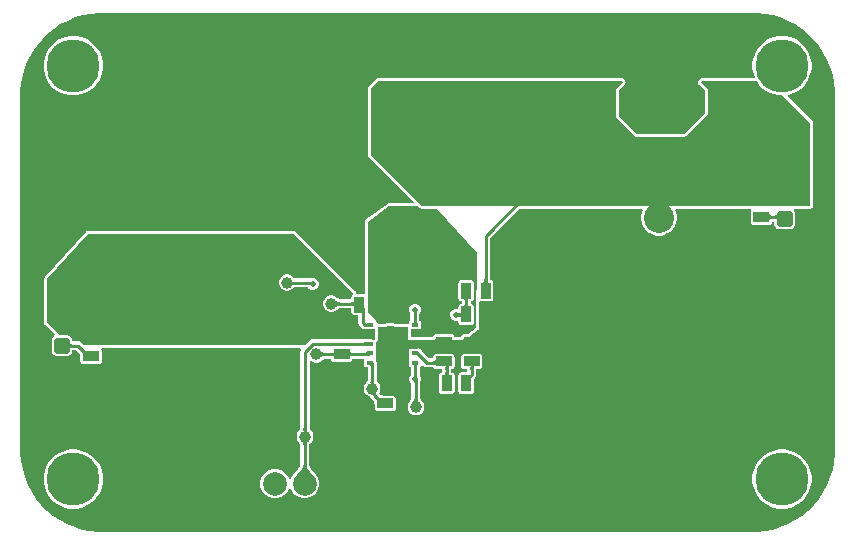
<source format=gtl>
G04*
G04 #@! TF.GenerationSoftware,Altium Limited,Altium Designer,23.5.1 (21)*
G04*
G04 Layer_Physical_Order=1*
G04 Layer_Color=255*
%FSLAX25Y25*%
%MOIN*%
G70*
G04*
G04 #@! TF.SameCoordinates,615E306F-8B44-468D-B2DF-EE0A1C7CF722*
G04*
G04*
G04 #@! TF.FilePolarity,Positive*
G04*
G01*
G75*
%ADD13C,0.01000*%
%ADD16C,0.03937*%
%ADD17R,0.02362X0.01181*%
G04:AMPARAMS|DCode=18|XSize=55.12mil|YSize=35.43mil|CornerRadius=2.66mil|HoleSize=0mil|Usage=FLASHONLY|Rotation=270.000|XOffset=0mil|YOffset=0mil|HoleType=Round|Shape=RoundedRectangle|*
%AMROUNDEDRECTD18*
21,1,0.05512,0.03012,0,0,270.0*
21,1,0.04980,0.03543,0,0,270.0*
1,1,0.00532,-0.01506,-0.02490*
1,1,0.00532,-0.01506,0.02490*
1,1,0.00532,0.01506,0.02490*
1,1,0.00532,0.01506,-0.02490*
%
%ADD18ROUNDEDRECTD18*%
G04:AMPARAMS|DCode=19|XSize=55.12mil|YSize=35.43mil|CornerRadius=2.66mil|HoleSize=0mil|Usage=FLASHONLY|Rotation=0.000|XOffset=0mil|YOffset=0mil|HoleType=Round|Shape=RoundedRectangle|*
%AMROUNDEDRECTD19*
21,1,0.05512,0.03012,0,0,0.0*
21,1,0.04980,0.03543,0,0,0.0*
1,1,0.00532,0.02490,-0.01506*
1,1,0.00532,-0.02490,-0.01506*
1,1,0.00532,-0.02490,0.01506*
1,1,0.00532,0.02490,0.01506*
%
%ADD19ROUNDEDRECTD19*%
G04:AMPARAMS|DCode=20|XSize=62.99mil|YSize=118.11mil|CornerRadius=4.72mil|HoleSize=0mil|Usage=FLASHONLY|Rotation=90.000|XOffset=0mil|YOffset=0mil|HoleType=Round|Shape=RoundedRectangle|*
%AMROUNDEDRECTD20*
21,1,0.06299,0.10866,0,0,90.0*
21,1,0.05354,0.11811,0,0,90.0*
1,1,0.00945,0.05433,0.02677*
1,1,0.00945,0.05433,-0.02677*
1,1,0.00945,-0.05433,-0.02677*
1,1,0.00945,-0.05433,0.02677*
%
%ADD20ROUNDEDRECTD20*%
%ADD21R,0.07284X0.13976*%
%ADD23R,0.02480X0.03268*%
%ADD24R,0.15748X0.15748*%
G04:AMPARAMS|DCode=25|XSize=51.18mil|YSize=51.18mil|CornerRadius=5.12mil|HoleSize=0mil|Usage=FLASHONLY|Rotation=180.000|XOffset=0mil|YOffset=0mil|HoleType=Round|Shape=RoundedRectangle|*
%AMROUNDEDRECTD25*
21,1,0.05118,0.04095,0,0,180.0*
21,1,0.04095,0.05118,0,0,180.0*
1,1,0.01024,-0.02047,0.02047*
1,1,0.01024,0.02047,0.02047*
1,1,0.01024,0.02047,-0.02047*
1,1,0.01024,-0.02047,-0.02047*
%
%ADD25ROUNDEDRECTD25*%
G04:AMPARAMS|DCode=26|XSize=74.8mil|YSize=68.9mil|CornerRadius=6.89mil|HoleSize=0mil|Usage=FLASHONLY|Rotation=0.000|XOffset=0mil|YOffset=0mil|HoleType=Round|Shape=RoundedRectangle|*
%AMROUNDEDRECTD26*
21,1,0.07480,0.05512,0,0,0.0*
21,1,0.06102,0.06890,0,0,0.0*
1,1,0.01378,0.03051,-0.02756*
1,1,0.01378,-0.03051,-0.02756*
1,1,0.01378,-0.03051,0.02756*
1,1,0.01378,0.03051,0.02756*
%
%ADD26ROUNDEDRECTD26*%
%ADD42R,0.10236X0.11811*%
%ADD43C,0.10000*%
%ADD44C,0.09055*%
%ADD45C,0.07874*%
%ADD46C,0.17717*%
%ADD47C,0.02000*%
%ADD48C,0.05000*%
G36*
X247413Y-2039D02*
X250101Y-2304D01*
X252750Y-2831D01*
X255335Y-3615D01*
X257830Y-4648D01*
X260212Y-5922D01*
X262457Y-7422D01*
X264545Y-9136D01*
X266455Y-11045D01*
X268168Y-13133D01*
X269669Y-15379D01*
X270942Y-17761D01*
X271976Y-20256D01*
X272760Y-22840D01*
X273287Y-25489D01*
X273551Y-28177D01*
X273551Y-29528D01*
X273551Y-147638D01*
X273551Y-148988D01*
X273287Y-151676D01*
X272760Y-154325D01*
X271976Y-156910D01*
X270942Y-159405D01*
X269669Y-161787D01*
X268168Y-164032D01*
X266455Y-166120D01*
X264545Y-168030D01*
X262457Y-169743D01*
X260212Y-171244D01*
X257830Y-172517D01*
X255334Y-173550D01*
X252750Y-174334D01*
X250101Y-174861D01*
X247413Y-175126D01*
X246063Y-175126D01*
X29406D01*
X28062Y-175120D01*
X25377Y-174845D01*
X22733Y-174307D01*
X20154Y-173514D01*
X17665Y-172471D01*
X15290Y-171190D01*
X13052Y-169683D01*
X10972Y-167964D01*
X9071Y-166049D01*
X7366Y-163957D01*
X5875Y-161708D01*
X4610Y-159324D01*
X3586Y-156828D01*
X2811Y-154243D01*
X2292Y-151595D01*
X2035Y-148909D01*
X2039Y-147560D01*
X2039Y-147557D01*
X2039Y-147554D01*
X2039Y-29528D01*
X2039Y-28177D01*
X2304Y-25489D01*
X2831Y-22840D01*
X3615Y-20256D01*
X4648Y-17761D01*
X5922Y-15379D01*
X7422Y-13133D01*
X9135Y-11045D01*
X11045Y-9135D01*
X13133Y-7422D01*
X15379Y-5922D01*
X17761Y-4648D01*
X20256Y-3615D01*
X22840Y-2831D01*
X25489Y-2304D01*
X28177Y-2039D01*
X29528D01*
X246063Y-2039D01*
X247413Y-2039D01*
D02*
G37*
%LPC*%
G36*
X20656Y-9827D02*
X18714D01*
X16809Y-10206D01*
X15015Y-10949D01*
X13401Y-12028D01*
X12028Y-13401D01*
X10949Y-15015D01*
X10206Y-16809D01*
X9827Y-18714D01*
Y-20656D01*
X10206Y-22561D01*
X10949Y-24355D01*
X12028Y-25969D01*
X13401Y-27343D01*
X15015Y-28421D01*
X16809Y-29164D01*
X18714Y-29543D01*
X20656D01*
X22561Y-29164D01*
X24355Y-28421D01*
X25969Y-27343D01*
X27343Y-25969D01*
X28421Y-24355D01*
X29164Y-22561D01*
X29543Y-20656D01*
Y-18714D01*
X29164Y-16809D01*
X28421Y-15015D01*
X27343Y-13401D01*
X25969Y-12028D01*
X24355Y-10949D01*
X22561Y-10206D01*
X20656Y-9827D01*
D02*
G37*
G36*
X256876D02*
X254935D01*
X253030Y-10206D01*
X251236Y-10949D01*
X249621Y-12028D01*
X248248Y-13401D01*
X247169Y-15015D01*
X246426Y-16809D01*
X246047Y-18714D01*
Y-20656D01*
X246426Y-22561D01*
X246764Y-23376D01*
X246486Y-23792D01*
X229207D01*
X228817Y-23870D01*
X228486Y-24091D01*
X228265Y-24421D01*
X228265Y-24421D01*
X228074Y-24883D01*
X228074Y-24883D01*
X227996Y-25274D01*
X228074Y-25664D01*
X228294Y-25995D01*
X230200Y-27900D01*
Y-35400D01*
X223300Y-42300D01*
X207400D01*
X207329Y-42229D01*
X201671Y-36571D01*
X201600Y-36500D01*
Y-36400D01*
Y-28000D01*
Y-27900D01*
X201671Y-27829D01*
X203505Y-25995D01*
X203727Y-25664D01*
X203804Y-25274D01*
X203727Y-24883D01*
X203535Y-24421D01*
X203314Y-24091D01*
X202983Y-23870D01*
X202593Y-23792D01*
X121394Y-23792D01*
X121004Y-23870D01*
X120673Y-24091D01*
X118249Y-26515D01*
X118028Y-26845D01*
X117950Y-27235D01*
Y-49435D01*
X118028Y-49826D01*
X118249Y-50156D01*
X133111Y-65018D01*
X132920Y-65480D01*
X125075D01*
X124955Y-65504D01*
X124834Y-65509D01*
X124762Y-65543D01*
X124684Y-65558D01*
X124583Y-65626D01*
X124473Y-65677D01*
X117298Y-70920D01*
X117245Y-70978D01*
X117179Y-71022D01*
X117112Y-71123D01*
X117029Y-71213D01*
X117002Y-71287D01*
X116958Y-71353D01*
X116934Y-71472D01*
X116893Y-71586D01*
X116896Y-71665D01*
X116880Y-71743D01*
Y-95419D01*
X116510Y-95723D01*
X114333D01*
X113979Y-95359D01*
X113957Y-95251D01*
X113955Y-95141D01*
X113919Y-95058D01*
X113901Y-94969D01*
X113840Y-94877D01*
X113796Y-94776D01*
X113731Y-94713D01*
X113680Y-94638D01*
X94021Y-74979D01*
X93690Y-74758D01*
X93300Y-74680D01*
X24574D01*
X24548Y-74686D01*
X24521Y-74682D01*
X24354Y-74724D01*
X24184Y-74758D01*
X24162Y-74773D01*
X24136Y-74780D01*
X23997Y-74883D01*
X23853Y-74979D01*
X23838Y-75002D01*
X23817Y-75018D01*
X10243Y-90086D01*
X10154Y-90235D01*
X10058Y-90379D01*
X10053Y-90405D01*
X10039Y-90428D01*
X10014Y-90599D01*
X9980Y-90769D01*
X9980Y-105300D01*
X10058Y-105690D01*
X10279Y-106021D01*
X13434Y-109176D01*
X13275Y-109717D01*
X12841Y-110007D01*
X12551Y-110441D01*
X12449Y-110953D01*
Y-115047D01*
X12551Y-115559D01*
X12841Y-115993D01*
X13275Y-116283D01*
X13787Y-116385D01*
X17881D01*
X18393Y-116283D01*
X18827Y-115993D01*
X19117Y-115559D01*
X19219Y-115047D01*
Y-114554D01*
X19239Y-114529D01*
X20482D01*
X21594Y-115642D01*
X21743Y-115801D01*
X21841Y-115924D01*
X21869Y-115963D01*
X21867Y-116033D01*
X21844Y-116150D01*
X21859Y-116230D01*
X21857Y-116312D01*
X21898Y-116423D01*
X21921Y-116540D01*
X21967Y-116608D01*
X21995Y-116685D01*
X22023Y-116715D01*
Y-118006D01*
X22106Y-118422D01*
X22342Y-118774D01*
X22694Y-119010D01*
X23110Y-119093D01*
X28090D01*
X28506Y-119010D01*
X28859Y-118774D01*
X29094Y-118422D01*
X29177Y-118006D01*
Y-114994D01*
X29094Y-114578D01*
X28988Y-114420D01*
X29232Y-113920D01*
X95268D01*
X95536Y-114420D01*
X95487Y-114492D01*
X95371Y-115078D01*
Y-140579D01*
X95368Y-140607D01*
X95356Y-140681D01*
X95343Y-140733D01*
X95335Y-140756D01*
X95323Y-140764D01*
X95257Y-140831D01*
X95179Y-140883D01*
X95120Y-140972D01*
X95045Y-141048D01*
X95010Y-141136D01*
X94958Y-141214D01*
X94937Y-141319D01*
X94918Y-141367D01*
X94685Y-141600D01*
X94320Y-142231D01*
X94131Y-142936D01*
Y-143665D01*
X94320Y-144369D01*
X94685Y-145000D01*
X94851Y-145167D01*
X94867Y-145210D01*
X94884Y-145314D01*
X94934Y-145395D01*
X94966Y-145484D01*
X95037Y-145563D01*
X95093Y-145653D01*
X95170Y-145708D01*
X95234Y-145779D01*
X95256Y-145795D01*
X95259Y-145801D01*
X95271Y-145836D01*
X95284Y-145892D01*
X95297Y-145969D01*
X95299Y-145998D01*
Y-152793D01*
X95297Y-152820D01*
X95262Y-152961D01*
X95191Y-153149D01*
X95074Y-153379D01*
X94910Y-153645D01*
X94697Y-153944D01*
X94441Y-154262D01*
X93754Y-155006D01*
X93341Y-155409D01*
X93286Y-155490D01*
X92807Y-155969D01*
X92157Y-157094D01*
X92086Y-157358D01*
X91586D01*
X91515Y-157094D01*
X90865Y-155969D01*
X89946Y-155049D01*
X88821Y-154399D01*
X87565Y-154063D01*
X86265D01*
X85009Y-154399D01*
X83884Y-155049D01*
X82964Y-155969D01*
X82314Y-157094D01*
X81978Y-158350D01*
Y-159650D01*
X82314Y-160906D01*
X82964Y-162031D01*
X83884Y-162951D01*
X85009Y-163601D01*
X86265Y-163937D01*
X87565D01*
X88821Y-163601D01*
X89946Y-162951D01*
X90865Y-162031D01*
X91515Y-160906D01*
X91586Y-160642D01*
X92086D01*
X92157Y-160906D01*
X92807Y-162031D01*
X93726Y-162951D01*
X94852Y-163601D01*
X96108Y-163937D01*
X97407D01*
X98663Y-163601D01*
X99789Y-162951D01*
X100708Y-162031D01*
X101358Y-160906D01*
X101695Y-159650D01*
Y-158350D01*
X101358Y-157094D01*
X100708Y-155969D01*
X100348Y-155609D01*
X100301Y-155534D01*
X99893Y-155108D01*
X99215Y-154326D01*
X98960Y-153992D01*
X98748Y-153681D01*
X98584Y-153404D01*
X98467Y-153166D01*
X98394Y-152973D01*
X98360Y-152832D01*
X98358Y-152810D01*
Y-146042D01*
X98361Y-146013D01*
X98373Y-145942D01*
X98385Y-145895D01*
X98387Y-145889D01*
X98453Y-145826D01*
X98532Y-145777D01*
X98595Y-145690D01*
X98673Y-145616D01*
X98711Y-145530D01*
X98765Y-145455D01*
X98790Y-145350D01*
X98809Y-145306D01*
X99115Y-145000D01*
X99480Y-144369D01*
X99669Y-143665D01*
Y-142936D01*
X99480Y-142231D01*
X99115Y-141600D01*
X98882Y-141367D01*
X98863Y-141319D01*
X98842Y-141214D01*
X98790Y-141136D01*
X98755Y-141048D01*
X98680Y-140972D01*
X98621Y-140883D01*
X98543Y-140831D01*
X98477Y-140764D01*
X98465Y-140756D01*
X98457Y-140733D01*
X98444Y-140681D01*
X98432Y-140607D01*
X98429Y-140579D01*
Y-118252D01*
X98929Y-118045D01*
X99000Y-118115D01*
X99631Y-118480D01*
X100336Y-118668D01*
X101065D01*
X101769Y-118480D01*
X102400Y-118115D01*
X102633Y-117882D01*
X102681Y-117863D01*
X102786Y-117842D01*
X102864Y-117790D01*
X102952Y-117755D01*
X103028Y-117680D01*
X103117Y-117621D01*
X103169Y-117543D01*
X103236Y-117477D01*
X103244Y-117465D01*
X103267Y-117457D01*
X103319Y-117444D01*
X103393Y-117432D01*
X103421Y-117429D01*
X105502D01*
X105548Y-117484D01*
X105606Y-117774D01*
X105842Y-118126D01*
X106194Y-118362D01*
X106610Y-118445D01*
X111590D01*
X112006Y-118362D01*
X112358Y-118126D01*
X112594Y-117774D01*
X112664Y-117421D01*
X112698Y-117381D01*
X116729D01*
Y-120054D01*
X117726D01*
X117771Y-120092D01*
Y-124579D01*
X117768Y-124607D01*
X117756Y-124681D01*
X117743Y-124733D01*
X117735Y-124756D01*
X117723Y-124764D01*
X117657Y-124831D01*
X117579Y-124883D01*
X117520Y-124972D01*
X117445Y-125048D01*
X117410Y-125136D01*
X117358Y-125214D01*
X117337Y-125319D01*
X117318Y-125367D01*
X117085Y-125600D01*
X116720Y-126231D01*
X116532Y-126936D01*
Y-127664D01*
X116720Y-128369D01*
X117085Y-129000D01*
X117600Y-129515D01*
X118231Y-129880D01*
X118439Y-129936D01*
X118449Y-129983D01*
X118781Y-130480D01*
X119694Y-131394D01*
X119843Y-131553D01*
X119941Y-131676D01*
X119969Y-131715D01*
X119967Y-131785D01*
X119943Y-131902D01*
X119959Y-131982D01*
X119957Y-132064D01*
X119998Y-132175D01*
X120021Y-132292D01*
X120067Y-132360D01*
X120095Y-132437D01*
X120123Y-132467D01*
Y-133758D01*
X120206Y-134174D01*
X120441Y-134526D01*
X120794Y-134762D01*
X121210Y-134845D01*
X126190D01*
X126606Y-134762D01*
X126959Y-134526D01*
X127194Y-134174D01*
X127277Y-133758D01*
Y-130746D01*
X127194Y-130330D01*
X126959Y-129978D01*
X126606Y-129742D01*
X126190Y-129659D01*
X122931D01*
X122901Y-129632D01*
X122824Y-129603D01*
X122756Y-129557D01*
X122639Y-129534D01*
X122528Y-129493D01*
X122446Y-129496D01*
X122365Y-129480D01*
X122249Y-129503D01*
X122179Y-129505D01*
X122151Y-129485D01*
X121895Y-129268D01*
X121556Y-128929D01*
X121880Y-128369D01*
X122069Y-127664D01*
Y-126936D01*
X121880Y-126231D01*
X121515Y-125600D01*
X121282Y-125367D01*
X121263Y-125319D01*
X121242Y-125214D01*
X121190Y-125136D01*
X121155Y-125048D01*
X121080Y-124972D01*
X121021Y-124883D01*
X120943Y-124831D01*
X120877Y-124764D01*
X120865Y-124756D01*
X120857Y-124733D01*
X120844Y-124681D01*
X120832Y-124607D01*
X120829Y-124579D01*
Y-119725D01*
X120831Y-119656D01*
X120841Y-119535D01*
X120879Y-119444D01*
X120879Y-119346D01*
X120899Y-119250D01*
X120880Y-119149D01*
X120880Y-119047D01*
X120843Y-118956D01*
X120829Y-118886D01*
Y-118754D01*
X120713Y-118169D01*
X120691Y-118137D01*
Y-117405D01*
X120691Y-117273D01*
X120691D01*
Y-116905D01*
X120691D01*
Y-114124D01*
X120691Y-114124D01*
Y-113755D01*
X120691D01*
X120691Y-113624D01*
Y-111799D01*
X120847Y-111695D01*
X120993Y-111548D01*
X121214Y-111218D01*
X121292Y-110828D01*
Y-107456D01*
X121234Y-107163D01*
X121254Y-107069D01*
X121379Y-106880D01*
X121557Y-106679D01*
X123796D01*
X123894Y-106659D01*
X123995D01*
X124087Y-106621D01*
X124186Y-106601D01*
X124269Y-106545D01*
X124304Y-106531D01*
X124623Y-106467D01*
X125883D01*
X126203Y-106531D01*
X126237Y-106545D01*
X126321Y-106601D01*
X126419Y-106621D01*
X126512Y-106659D01*
X126612D01*
X126711Y-106679D01*
X130824D01*
X130944Y-106815D01*
X131144Y-107179D01*
X131089Y-107456D01*
Y-110200D01*
X131167Y-110590D01*
X131388Y-110921D01*
X131719Y-111142D01*
X132109Y-111220D01*
X139632Y-111220D01*
X139731Y-111200D01*
X139831D01*
X139924Y-111162D01*
X140023Y-111142D01*
X140106Y-111086D01*
X140199Y-111048D01*
X140270Y-110977D01*
X140353Y-110921D01*
X140409Y-110837D01*
X140480Y-110766D01*
X140519Y-110674D01*
X140574Y-110590D01*
X140594Y-110492D01*
X140632Y-110399D01*
X140666Y-110228D01*
X140677Y-110213D01*
X140692Y-110203D01*
X140810Y-110179D01*
X145590D01*
X145708Y-110203D01*
X145723Y-110213D01*
X145734Y-110228D01*
X145764Y-110381D01*
X145785Y-110432D01*
X145791Y-110486D01*
X145831Y-110559D01*
X145837Y-110590D01*
X145873Y-110645D01*
X145916Y-110749D01*
X145937Y-110769D01*
Y-110752D01*
X145939Y-110772D01*
X145955Y-110788D01*
X145981Y-110836D01*
X145996Y-110853D01*
X146032Y-110882D01*
X146058Y-110921D01*
X146150Y-110983D01*
X146198Y-111030D01*
X146234Y-111045D01*
X146305Y-111103D01*
X146350Y-111116D01*
X146388Y-111142D01*
X146539Y-111172D01*
X146540Y-111172D01*
X146565Y-111183D01*
X146575D01*
X146687Y-111215D01*
X146733Y-111211D01*
X146779Y-111220D01*
X148921D01*
X148967Y-111211D01*
X149013Y-111215D01*
X149125Y-111183D01*
X149135D01*
X149160Y-111172D01*
X149161Y-111172D01*
X149311Y-111142D01*
X149350Y-111116D01*
X149395Y-111103D01*
X149466Y-111045D01*
X149502Y-111030D01*
X149550Y-110983D01*
X149642Y-110921D01*
X149668Y-110882D01*
X149704Y-110853D01*
X149719Y-110836D01*
X149745Y-110788D01*
X149761Y-110772D01*
X149763Y-110752D01*
Y-110769D01*
X149784Y-110749D01*
X149827Y-110645D01*
X149863Y-110590D01*
X149870Y-110559D01*
X149909Y-110487D01*
X149915Y-110432D01*
X149936Y-110381D01*
X149966Y-110228D01*
X149977Y-110213D01*
X149992Y-110203D01*
X150110Y-110179D01*
X151374D01*
X151517Y-110151D01*
X151663Y-110137D01*
X151711Y-110112D01*
X151764Y-110101D01*
X151885Y-110020D01*
X152015Y-109952D01*
X154542Y-107907D01*
X154572Y-107870D01*
X154612Y-107844D01*
X154699Y-107718D01*
X154796Y-107601D01*
X154810Y-107555D01*
X154837Y-107516D01*
X154869Y-107367D01*
X154914Y-107221D01*
X154910Y-107173D01*
X154920Y-107126D01*
X155022Y-98613D01*
X155526Y-98254D01*
X155642Y-98277D01*
X158654D01*
X159070Y-98194D01*
X159422Y-97958D01*
X159658Y-97606D01*
X159741Y-97190D01*
Y-92210D01*
X159658Y-91794D01*
X159422Y-91442D01*
X159070Y-91206D01*
X158717Y-91136D01*
X158677Y-91102D01*
Y-77007D01*
X168329Y-67355D01*
X209084D01*
X209418Y-67855D01*
X209131Y-68550D01*
X208900Y-69709D01*
Y-70891D01*
X209131Y-72050D01*
X209583Y-73142D01*
X210240Y-74125D01*
X211075Y-74961D01*
X212058Y-75617D01*
X213150Y-76069D01*
X214309Y-76300D01*
X215491D01*
X216650Y-76069D01*
X217742Y-75617D01*
X218725Y-74961D01*
X219561Y-74125D01*
X220217Y-73142D01*
X220669Y-72050D01*
X220900Y-70891D01*
Y-69709D01*
X220669Y-68550D01*
X220382Y-67855D01*
X220716Y-67355D01*
X245618D01*
X245769Y-67855D01*
X245742Y-67874D01*
X245506Y-68226D01*
X245423Y-68642D01*
Y-71654D01*
X245506Y-72070D01*
X245742Y-72422D01*
X246094Y-72658D01*
X246510Y-72741D01*
X251490D01*
X251906Y-72658D01*
X252258Y-72422D01*
X252494Y-72070D01*
X252563Y-71724D01*
X252597Y-71683D01*
X253361D01*
X253381Y-71708D01*
Y-72747D01*
X253483Y-73259D01*
X253773Y-73693D01*
X254207Y-73983D01*
X254719Y-74085D01*
X258813D01*
X259325Y-73983D01*
X259759Y-73693D01*
X260049Y-73259D01*
X260151Y-72747D01*
Y-68653D01*
X260049Y-68141D01*
X259858Y-67855D01*
X260051Y-67386D01*
X260080Y-67355D01*
X265370D01*
X265760Y-67277D01*
X266091Y-67057D01*
X266312Y-66726D01*
X266390Y-66335D01*
Y-38936D01*
X266312Y-38545D01*
X266091Y-38215D01*
X257705Y-29828D01*
X257850Y-29350D01*
X258781Y-29164D01*
X260575Y-28421D01*
X262190Y-27343D01*
X263563Y-25969D01*
X264642Y-24355D01*
X265385Y-22561D01*
X265764Y-20656D01*
Y-18714D01*
X265385Y-16809D01*
X264642Y-15015D01*
X263563Y-13401D01*
X262190Y-12028D01*
X260575Y-10949D01*
X258781Y-10206D01*
X256876Y-9827D01*
D02*
G37*
G36*
X134762Y-113919D02*
X134656Y-113949D01*
X134545Y-113960D01*
X134466Y-114002D01*
X134417Y-114016D01*
X134261Y-113985D01*
X133671D01*
X133086Y-114101D01*
X133052Y-114124D01*
X131690D01*
Y-116773D01*
X131690Y-116905D01*
X131690D01*
Y-117273D01*
X131690D01*
Y-119064D01*
X131672Y-119122D01*
X131676Y-119177D01*
X131666Y-119230D01*
X131690Y-119351D01*
Y-120054D01*
X132112D01*
X132156Y-120091D01*
Y-122814D01*
X132156Y-122816D01*
X132004Y-122967D01*
X131700Y-123702D01*
Y-124498D01*
X132004Y-125233D01*
X132271Y-125499D01*
Y-130813D01*
X132268Y-130842D01*
X132256Y-130920D01*
X132242Y-130977D01*
X132229Y-131014D01*
X132224Y-131026D01*
X132199Y-131045D01*
X132135Y-131117D01*
X132059Y-131174D01*
X132004Y-131264D01*
X131935Y-131343D01*
X131904Y-131434D01*
X131855Y-131516D01*
X131839Y-131620D01*
X131826Y-131659D01*
X131685Y-131800D01*
X131320Y-132431D01*
X131131Y-133135D01*
Y-133864D01*
X131320Y-134569D01*
X131685Y-135200D01*
X132200Y-135715D01*
X132831Y-136080D01*
X133536Y-136268D01*
X134265D01*
X134969Y-136080D01*
X135600Y-135715D01*
X136115Y-135200D01*
X136480Y-134569D01*
X136669Y-133864D01*
Y-133135D01*
X136480Y-132431D01*
X136115Y-131800D01*
X135778Y-131463D01*
X135760Y-131423D01*
X135733Y-131318D01*
X135678Y-131244D01*
X135639Y-131159D01*
X135560Y-131086D01*
X135496Y-130999D01*
X135416Y-130951D01*
X135356Y-130896D01*
X135356Y-130895D01*
X135344Y-130849D01*
X135332Y-130779D01*
X135329Y-130751D01*
Y-125309D01*
X135330Y-125301D01*
X135330Y-125298D01*
X135396Y-125233D01*
X135700Y-124498D01*
Y-123702D01*
X135396Y-122967D01*
X135215Y-122787D01*
X135215Y-122782D01*
Y-120091D01*
X135259Y-120054D01*
X135652D01*
Y-119775D01*
X136144Y-119571D01*
X136157Y-119572D01*
X136366Y-119781D01*
X136862Y-120113D01*
X137447Y-120229D01*
X139602D01*
X139661Y-120300D01*
X139742Y-120421D01*
X139788Y-120451D01*
X139823Y-120493D01*
X139952Y-120561D01*
X140073Y-120642D01*
X140127Y-120653D01*
X140173Y-120677D01*
X140294Y-120758D01*
X140710Y-120841D01*
X142598D01*
X142623Y-120861D01*
Y-121903D01*
X142583Y-121936D01*
X142230Y-122006D01*
X141878Y-122241D01*
X141642Y-122594D01*
X141559Y-123010D01*
Y-127990D01*
X141642Y-128406D01*
X141878Y-128759D01*
X142230Y-128994D01*
X142646Y-129077D01*
X145658D01*
X146074Y-128994D01*
X146426Y-128759D01*
X146662Y-128406D01*
X146745Y-127990D01*
Y-123010D01*
X146662Y-122594D01*
X146426Y-122241D01*
X146074Y-122006D01*
X145721Y-121936D01*
X145681Y-121903D01*
Y-120861D01*
X145711Y-120836D01*
X146106Y-120758D01*
X146458Y-120522D01*
X146694Y-120170D01*
X146777Y-119754D01*
Y-116742D01*
X146694Y-116326D01*
X146458Y-115974D01*
X146106Y-115738D01*
X145690Y-115656D01*
X140710D01*
X140294Y-115738D01*
X139942Y-115974D01*
X139706Y-116326D01*
X139623Y-116742D01*
Y-117146D01*
X139602Y-117171D01*
X138081D01*
X136101Y-115191D01*
X135982Y-115053D01*
X135930Y-114983D01*
X135888Y-114919D01*
X135862Y-114874D01*
X135857Y-114862D01*
X135857Y-114858D01*
X135827Y-114751D01*
X135816Y-114641D01*
X135774Y-114562D01*
X135749Y-114475D01*
X135681Y-114388D01*
X135652Y-114333D01*
Y-114124D01*
X135436D01*
X135407Y-114108D01*
X135322Y-114037D01*
X135236Y-114011D01*
X135157Y-113967D01*
X135047Y-113953D01*
X134941Y-113921D01*
X134852Y-113930D01*
X134762Y-113919D01*
D02*
G37*
G36*
X154990Y-115656D02*
X150010D01*
X149594Y-115738D01*
X149241Y-115974D01*
X149006Y-116326D01*
X148923Y-116742D01*
Y-119754D01*
X149006Y-120170D01*
X149241Y-120522D01*
X149594Y-120758D01*
X150010Y-120841D01*
X150946D01*
X150971Y-120861D01*
Y-121923D01*
X149142D01*
X148726Y-122006D01*
X148374Y-122241D01*
X148138Y-122594D01*
X148056Y-123010D01*
Y-127990D01*
X148138Y-128406D01*
X148374Y-128759D01*
X148726Y-128994D01*
X149142Y-129077D01*
X152154D01*
X152570Y-128994D01*
X152922Y-128759D01*
X153158Y-128406D01*
X153241Y-127990D01*
Y-124086D01*
X153581Y-123745D01*
X153913Y-123249D01*
X154029Y-122664D01*
Y-120861D01*
X154054Y-120841D01*
X154990D01*
X155406Y-120758D01*
X155759Y-120522D01*
X155994Y-120170D01*
X156077Y-119754D01*
Y-116742D01*
X155994Y-116326D01*
X155759Y-115974D01*
X155406Y-115738D01*
X154990Y-115656D01*
D02*
G37*
G36*
X256876Y-147622D02*
X254935D01*
X253030Y-148001D01*
X251236Y-148744D01*
X249621Y-149823D01*
X248248Y-151196D01*
X247169Y-152811D01*
X246426Y-154605D01*
X246047Y-156509D01*
Y-158451D01*
X246426Y-160356D01*
X247169Y-162150D01*
X248248Y-163765D01*
X249621Y-165138D01*
X251236Y-166217D01*
X253030Y-166960D01*
X254935Y-167339D01*
X256876D01*
X258781Y-166960D01*
X260575Y-166217D01*
X262190Y-165138D01*
X263563Y-163765D01*
X264642Y-162150D01*
X265385Y-160356D01*
X265764Y-158451D01*
Y-156509D01*
X265385Y-154605D01*
X264642Y-152811D01*
X263563Y-151196D01*
X262190Y-149823D01*
X260575Y-148744D01*
X258781Y-148001D01*
X256876Y-147622D01*
D02*
G37*
G36*
X20656D02*
X18714D01*
X16809Y-148001D01*
X15015Y-148744D01*
X13401Y-149823D01*
X12028Y-151196D01*
X10949Y-152811D01*
X10206Y-154605D01*
X9827Y-156509D01*
Y-158451D01*
X10206Y-160356D01*
X10949Y-162150D01*
X12028Y-163765D01*
X13401Y-165138D01*
X15015Y-166217D01*
X16809Y-166960D01*
X18714Y-167339D01*
X20656D01*
X22561Y-166960D01*
X24355Y-166217D01*
X25969Y-165138D01*
X27343Y-163765D01*
X28421Y-162150D01*
X29164Y-160356D01*
X29543Y-158451D01*
Y-156509D01*
X29164Y-154605D01*
X28421Y-152811D01*
X27343Y-151196D01*
X25969Y-149823D01*
X24355Y-148744D01*
X22561Y-148001D01*
X20656Y-147622D01*
D02*
G37*
%LPD*%
G36*
X202593Y-24812D02*
X202784Y-25274D01*
X200879Y-27179D01*
X200658Y-27510D01*
X200580Y-27900D01*
Y-36500D01*
X200658Y-36890D01*
X200879Y-37221D01*
X206679Y-43021D01*
X207010Y-43242D01*
X207400Y-43320D01*
X223300D01*
X223690Y-43242D01*
X224021Y-43021D01*
X230921Y-36121D01*
X231142Y-35790D01*
X231220Y-35400D01*
Y-27900D01*
X231142Y-27510D01*
X230921Y-27179D01*
X229015Y-25274D01*
X229207Y-24812D01*
X247475D01*
X248248Y-25969D01*
X249621Y-27343D01*
X251236Y-28421D01*
X253030Y-29164D01*
X254935Y-29543D01*
X255978D01*
X265370Y-38936D01*
Y-66335D01*
X135870D01*
X118970Y-49435D01*
Y-27235D01*
X121394Y-24812D01*
X202593Y-24812D01*
D02*
G37*
G36*
X254221Y-71153D02*
X254211Y-71058D01*
X254181Y-70973D01*
X254130Y-70898D01*
X254059Y-70833D01*
X253968Y-70778D01*
X253857Y-70733D01*
X253725Y-70698D01*
X253574Y-70673D01*
X253402Y-70658D01*
X253209Y-70653D01*
Y-69653D01*
X253402Y-69648D01*
X253574Y-69633D01*
X253725Y-69608D01*
X253857Y-69573D01*
X253968Y-69528D01*
X254059Y-69473D01*
X254130Y-69408D01*
X254181Y-69333D01*
X254211Y-69248D01*
X254221Y-69153D01*
Y-71153D01*
D02*
G37*
G36*
X251747Y-69248D02*
X251777Y-69333D01*
X251828Y-69408D01*
X251899Y-69473D01*
X251990Y-69528D01*
X252101Y-69573D01*
X252233Y-69608D01*
X252384Y-69633D01*
X252557Y-69648D01*
X252749Y-69653D01*
Y-70653D01*
X252557Y-70658D01*
X252384Y-70673D01*
X252233Y-70698D01*
X252101Y-70733D01*
X251990Y-70778D01*
X251899Y-70833D01*
X251828Y-70898D01*
X251777Y-70973D01*
X251747Y-71058D01*
X251737Y-71153D01*
Y-69153D01*
X251747Y-69248D01*
D02*
G37*
G36*
X157653Y-91143D02*
X157668Y-91315D01*
X157693Y-91467D01*
X157728Y-91599D01*
X157773Y-91710D01*
X157828Y-91801D01*
X157893Y-91872D01*
X157968Y-91923D01*
X158053Y-91953D01*
X158148Y-91963D01*
X156148D01*
X156243Y-91953D01*
X156328Y-91923D01*
X156403Y-91872D01*
X156468Y-91801D01*
X156523Y-91710D01*
X156568Y-91599D01*
X156603Y-91467D01*
X156628Y-91315D01*
X156643Y-91143D01*
X156648Y-90951D01*
X157648D01*
X157653Y-91143D01*
D02*
G37*
G36*
X112959Y-95359D02*
X112852Y-95960D01*
X112730Y-96042D01*
X112494Y-96394D01*
X112411Y-96810D01*
Y-97446D01*
X112391Y-97471D01*
X108421D01*
X108393Y-97468D01*
X108319Y-97456D01*
X108267Y-97443D01*
X108244Y-97435D01*
X108236Y-97423D01*
X108169Y-97357D01*
X108117Y-97279D01*
X108028Y-97220D01*
X107952Y-97145D01*
X107864Y-97110D01*
X107786Y-97058D01*
X107681Y-97037D01*
X107633Y-97018D01*
X107400Y-96785D01*
X106769Y-96420D01*
X106064Y-96232D01*
X105335D01*
X104631Y-96420D01*
X104000Y-96785D01*
X103485Y-97300D01*
X103120Y-97931D01*
X102931Y-98636D01*
Y-99365D01*
X103120Y-100069D01*
X103485Y-100700D01*
X104000Y-101215D01*
X104631Y-101580D01*
X105335Y-101769D01*
X106064D01*
X106769Y-101580D01*
X107400Y-101215D01*
X107633Y-100982D01*
X107681Y-100963D01*
X107786Y-100942D01*
X107864Y-100890D01*
X107952Y-100855D01*
X108028Y-100780D01*
X108117Y-100721D01*
X108169Y-100643D01*
X108236Y-100577D01*
X108244Y-100565D01*
X108267Y-100557D01*
X108319Y-100544D01*
X108393Y-100532D01*
X108421Y-100529D01*
X112391D01*
X112411Y-100554D01*
Y-101790D01*
X112494Y-102206D01*
X112730Y-102559D01*
X113082Y-102794D01*
X113498Y-102877D01*
X114671D01*
Y-105480D01*
X114788Y-106065D01*
X115119Y-106561D01*
X115705Y-107147D01*
X116201Y-107478D01*
X116787Y-107595D01*
X118710D01*
X119296Y-107478D01*
X119329Y-107456D01*
X120272D01*
Y-110828D01*
X120126Y-110974D01*
X119329D01*
X119296Y-110952D01*
X118710Y-110835D01*
X118620Y-110853D01*
X118529Y-110835D01*
X117887D01*
X117833Y-110825D01*
X117742Y-110786D01*
X117640Y-110786D01*
X117541Y-110766D01*
X117443Y-110786D01*
X117344Y-110786D01*
X117295Y-110806D01*
X116839Y-110835D01*
X99613D01*
X99028Y-110952D01*
X98532Y-111283D01*
X96915Y-112900D01*
X23179D01*
X22197Y-111919D01*
X21701Y-111587D01*
X21116Y-111471D01*
X19239D01*
X19219Y-111446D01*
Y-110953D01*
X19117Y-110441D01*
X18827Y-110007D01*
X18393Y-109717D01*
X17881Y-109615D01*
X15315D01*
X11000Y-105300D01*
X11000Y-90769D01*
X24574Y-75700D01*
X93300D01*
X112959Y-95359D01*
D02*
G37*
G36*
X113251Y-100000D02*
X113241Y-99905D01*
X113211Y-99820D01*
X113160Y-99745D01*
X113089Y-99680D01*
X112998Y-99625D01*
X112887Y-99580D01*
X112755Y-99545D01*
X112604Y-99520D01*
X112432Y-99505D01*
X112239Y-99500D01*
Y-98500D01*
X112432Y-98495D01*
X112604Y-98480D01*
X112755Y-98455D01*
X112887Y-98420D01*
X112998Y-98375D01*
X113089Y-98320D01*
X113160Y-98255D01*
X113211Y-98180D01*
X113241Y-98095D01*
X113251Y-98000D01*
Y-100000D01*
D02*
G37*
G36*
X107461Y-98095D02*
X107538Y-98180D01*
X107628Y-98255D01*
X107730Y-98320D01*
X107845Y-98375D01*
X107972Y-98420D01*
X108112Y-98455D01*
X108263Y-98480D01*
X108427Y-98495D01*
X108604Y-98500D01*
Y-99500D01*
X108427Y-99505D01*
X108263Y-99520D01*
X108112Y-99545D01*
X107972Y-99580D01*
X107845Y-99625D01*
X107730Y-99680D01*
X107628Y-99745D01*
X107538Y-99820D01*
X107461Y-99905D01*
X107396Y-100000D01*
Y-98000D01*
X107461Y-98095D01*
D02*
G37*
G36*
X135149Y-67057D02*
X135480Y-67277D01*
X135870Y-67355D01*
X140967D01*
X154200Y-82100D01*
X153900Y-107114D01*
X151374Y-109159D01*
X150010D01*
X149594Y-109242D01*
X149241Y-109478D01*
X149006Y-109830D01*
X148936Y-110183D01*
X148921Y-110200D01*
X146779D01*
X146764Y-110183D01*
X146694Y-109830D01*
X146458Y-109478D01*
X146106Y-109242D01*
X145690Y-109159D01*
X140710D01*
X140294Y-109242D01*
X139942Y-109478D01*
X139706Y-109830D01*
X139632Y-110200D01*
X132109Y-110200D01*
Y-107456D01*
X133257D01*
X133500Y-107504D01*
X133743Y-107456D01*
X135652D01*
Y-104675D01*
X135029D01*
Y-102299D01*
X135196Y-102133D01*
X135500Y-101398D01*
Y-100602D01*
X135196Y-99867D01*
X134633Y-99304D01*
X133898Y-99000D01*
X133102D01*
X132367Y-99304D01*
X131805Y-99867D01*
X131500Y-100602D01*
Y-101398D01*
X131805Y-102133D01*
X131971Y-102299D01*
Y-104675D01*
X131690D01*
Y-105659D01*
X126711D01*
X126569Y-105564D01*
X125984Y-105448D01*
X124523D01*
X123938Y-105564D01*
X123796Y-105659D01*
X121378D01*
X120691Y-104919D01*
Y-104675D01*
X120465D01*
X117900Y-101910D01*
Y-71743D01*
X125075Y-66500D01*
X134593D01*
X135149Y-67057D01*
D02*
G37*
G36*
X117541Y-112943D02*
X117531Y-112928D01*
X117501Y-112915D01*
X117451Y-112903D01*
X117381Y-112893D01*
X117181Y-112877D01*
X116541Y-112865D01*
Y-111865D01*
X116731Y-111864D01*
X117501Y-111814D01*
X117531Y-111801D01*
X117541Y-111786D01*
Y-112943D01*
D02*
G37*
G36*
X18389Y-112095D02*
X18419Y-112180D01*
X18470Y-112255D01*
X18541Y-112320D01*
X18632Y-112375D01*
X18743Y-112420D01*
X18875Y-112455D01*
X19026Y-112480D01*
X19198Y-112495D01*
X19391Y-112500D01*
Y-113500D01*
X19198Y-113505D01*
X19026Y-113520D01*
X18875Y-113545D01*
X18743Y-113580D01*
X18632Y-113625D01*
X18541Y-113680D01*
X18470Y-113745D01*
X18419Y-113820D01*
X18389Y-113905D01*
X18379Y-114000D01*
Y-112000D01*
X18389Y-112095D01*
D02*
G37*
G36*
X23057Y-114227D02*
X23426Y-114541D01*
X23589Y-114655D01*
X23738Y-114741D01*
X23872Y-114799D01*
X23992Y-114829D01*
X24098Y-114830D01*
X24189Y-114803D01*
X24265Y-114747D01*
X22863Y-116150D01*
X22919Y-116073D01*
X22946Y-115982D01*
X22944Y-115876D01*
X22915Y-115756D01*
X22857Y-115622D01*
X22771Y-115474D01*
X22657Y-115311D01*
X22514Y-115133D01*
X22144Y-114735D01*
X22851Y-114028D01*
X23057Y-114227D01*
D02*
G37*
G36*
X117541Y-116093D02*
X117531Y-116142D01*
X117501Y-116186D01*
X117451Y-116225D01*
X117381Y-116259D01*
X117291Y-116287D01*
X117181Y-116311D01*
X117051Y-116329D01*
X116901Y-116342D01*
X116541Y-116352D01*
Y-115352D01*
X116731Y-115348D01*
X117051Y-115314D01*
X117181Y-115285D01*
X117291Y-115248D01*
X117381Y-115202D01*
X117451Y-115148D01*
X117501Y-115085D01*
X117531Y-115015D01*
X117541Y-114936D01*
Y-116093D01*
D02*
G37*
G36*
X111847Y-114947D02*
X111877Y-115032D01*
X111928Y-115107D01*
X111999Y-115172D01*
X112090Y-115227D01*
X112201Y-115272D01*
X112333Y-115307D01*
X112485Y-115332D01*
X112657Y-115347D01*
X112849Y-115352D01*
Y-116352D01*
X112657Y-116357D01*
X112485Y-116372D01*
X112333Y-116397D01*
X112201Y-116432D01*
X112090Y-116477D01*
X111999Y-116532D01*
X111928Y-116597D01*
X111877Y-116672D01*
X111847Y-116757D01*
X111837Y-116852D01*
Y-114852D01*
X111847Y-114947D01*
D02*
G37*
G36*
X106363Y-116900D02*
X106353Y-116805D01*
X106323Y-116720D01*
X106272Y-116645D01*
X106201Y-116580D01*
X106110Y-116525D01*
X105999Y-116480D01*
X105867Y-116445D01*
X105716Y-116420D01*
X105543Y-116405D01*
X105351Y-116400D01*
Y-115400D01*
X105543Y-115395D01*
X105716Y-115380D01*
X105867Y-115355D01*
X105999Y-115320D01*
X106110Y-115275D01*
X106201Y-115220D01*
X106272Y-115155D01*
X106323Y-115080D01*
X106353Y-114995D01*
X106363Y-114900D01*
Y-116900D01*
D02*
G37*
G36*
X102461Y-114995D02*
X102538Y-115080D01*
X102628Y-115155D01*
X102731Y-115220D01*
X102845Y-115275D01*
X102972Y-115320D01*
X103112Y-115355D01*
X103263Y-115380D01*
X103427Y-115395D01*
X103604Y-115400D01*
Y-116400D01*
X103427Y-116405D01*
X103263Y-116420D01*
X103112Y-116445D01*
X102972Y-116480D01*
X102845Y-116525D01*
X102731Y-116580D01*
X102628Y-116645D01*
X102538Y-116720D01*
X102461Y-116805D01*
X102396Y-116900D01*
Y-114900D01*
X102461Y-114995D01*
D02*
G37*
G36*
X119879Y-119242D02*
X119864Y-119252D01*
X119851Y-119282D01*
X119839Y-119332D01*
X119829Y-119402D01*
X119813Y-119602D01*
X119801Y-120052D01*
X119800Y-120242D01*
X118800D01*
X118795Y-120051D01*
X118780Y-119879D01*
X118755Y-119728D01*
X118720Y-119597D01*
X118675Y-119485D01*
X118620Y-119394D01*
X118555Y-119323D01*
X118480Y-119272D01*
X118395Y-119241D01*
X118300Y-119230D01*
X119879Y-119242D01*
D02*
G37*
G36*
X119805Y-124573D02*
X119820Y-124737D01*
X119845Y-124889D01*
X119880Y-125028D01*
X119925Y-125155D01*
X119980Y-125269D01*
X120045Y-125372D01*
X120120Y-125462D01*
X120205Y-125539D01*
X120300Y-125604D01*
X118300D01*
X118395Y-125539D01*
X118480Y-125462D01*
X118555Y-125372D01*
X118620Y-125269D01*
X118675Y-125155D01*
X118720Y-125028D01*
X118755Y-124889D01*
X118780Y-124737D01*
X118795Y-124573D01*
X118800Y-124396D01*
X119800D01*
X119805Y-124573D01*
D02*
G37*
G36*
X121157Y-129979D02*
X121526Y-130293D01*
X121689Y-130407D01*
X121838Y-130493D01*
X121972Y-130551D01*
X122092Y-130581D01*
X122198Y-130582D01*
X122289Y-130555D01*
X122365Y-130499D01*
X120963Y-131902D01*
X121019Y-131825D01*
X121046Y-131734D01*
X121044Y-131628D01*
X121015Y-131509D01*
X120957Y-131374D01*
X120871Y-131226D01*
X120757Y-131063D01*
X120614Y-130885D01*
X120244Y-130487D01*
X120951Y-129780D01*
X121157Y-129979D01*
D02*
G37*
G36*
X97405Y-140573D02*
X97420Y-140737D01*
X97445Y-140889D01*
X97480Y-141028D01*
X97525Y-141155D01*
X97580Y-141270D01*
X97645Y-141372D01*
X97720Y-141462D01*
X97805Y-141539D01*
X97900Y-141604D01*
X95900D01*
X95995Y-141539D01*
X96080Y-141462D01*
X96155Y-141372D01*
X96220Y-141270D01*
X96275Y-141155D01*
X96320Y-141028D01*
X96355Y-140889D01*
X96380Y-140737D01*
X96395Y-140573D01*
X96400Y-140396D01*
X97400D01*
X97405Y-140573D01*
D02*
G37*
G36*
X97838Y-145031D02*
X97741Y-145092D01*
X97655Y-145167D01*
X97578Y-145254D01*
X97512Y-145354D01*
X97456Y-145466D01*
X97410Y-145592D01*
X97375Y-145730D01*
X97349Y-145881D01*
X97334Y-146045D01*
X97329Y-146221D01*
X96329Y-146184D01*
X96324Y-146007D01*
X96309Y-145843D01*
X96285Y-145690D01*
X96250Y-145550D01*
X96206Y-145421D01*
X96153Y-145305D01*
X96089Y-145200D01*
X96016Y-145107D01*
X95932Y-145027D01*
X95839Y-144958D01*
X97838Y-145031D01*
D02*
G37*
G36*
X97329Y-152743D02*
X97351Y-152998D01*
X97418Y-153274D01*
X97530Y-153571D01*
X97686Y-153890D01*
X97887Y-154229D01*
X98133Y-154589D01*
X98424Y-154970D01*
X99139Y-155795D01*
X99564Y-156239D01*
X94053Y-156139D01*
X94485Y-155718D01*
X95214Y-154928D01*
X95509Y-154560D01*
X95760Y-154210D01*
X95965Y-153877D01*
X96124Y-153562D01*
X96238Y-153265D01*
X96306Y-152986D01*
X96329Y-152724D01*
X97329Y-152743D01*
D02*
G37*
%LPC*%
G36*
X91365Y-89231D02*
X90636D01*
X89931Y-89420D01*
X89300Y-89785D01*
X88785Y-90300D01*
X88420Y-90931D01*
X88231Y-91636D01*
Y-92365D01*
X88420Y-93069D01*
X88785Y-93700D01*
X89300Y-94215D01*
X89931Y-94580D01*
X90636Y-94769D01*
X91365D01*
X92069Y-94580D01*
X92700Y-94215D01*
X93215Y-93700D01*
X93314Y-93529D01*
X97762D01*
X97804Y-93633D01*
X98367Y-94195D01*
X99102Y-94500D01*
X99898D01*
X100633Y-94195D01*
X101196Y-93633D01*
X101500Y-92898D01*
Y-92102D01*
X101196Y-91367D01*
X100633Y-90804D01*
X99898Y-90500D01*
X99102D01*
X99029Y-90530D01*
X98729Y-90471D01*
X93314D01*
X93215Y-90300D01*
X92700Y-89785D01*
X92069Y-89420D01*
X91365Y-89231D01*
D02*
G37*
G36*
X152158Y-91123D02*
X149146D01*
X148730Y-91206D01*
X148378Y-91442D01*
X148142Y-91794D01*
X148059Y-92210D01*
Y-97190D01*
X148142Y-97606D01*
X148378Y-97958D01*
X148730Y-98194D01*
X149083Y-98264D01*
X149123Y-98298D01*
Y-99002D01*
X149083Y-99036D01*
X148730Y-99106D01*
X148378Y-99341D01*
X148142Y-99694D01*
X148059Y-100110D01*
Y-100458D01*
X147698Y-100700D01*
X146902D01*
X146167Y-101005D01*
X145605Y-101567D01*
X145300Y-102302D01*
Y-103098D01*
X145605Y-103833D01*
X146167Y-104395D01*
X146902Y-104700D01*
X147698D01*
X148059Y-104942D01*
Y-105090D01*
X148142Y-105506D01*
X148378Y-105859D01*
X148730Y-106094D01*
X149146Y-106177D01*
X152158D01*
X152574Y-106094D01*
X152926Y-105859D01*
X153162Y-105506D01*
X153244Y-105090D01*
Y-100110D01*
X153162Y-99694D01*
X152926Y-99341D01*
X152574Y-99106D01*
X152221Y-99036D01*
X152181Y-99002D01*
Y-98298D01*
X152221Y-98264D01*
X152574Y-98194D01*
X152926Y-97958D01*
X153162Y-97606D01*
X153244Y-97190D01*
Y-92210D01*
X153162Y-91794D01*
X152926Y-91442D01*
X152574Y-91206D01*
X152158Y-91123D01*
D02*
G37*
%LPD*%
G36*
X151557Y-97447D02*
X151472Y-97477D01*
X151397Y-97528D01*
X151332Y-97599D01*
X151277Y-97690D01*
X151232Y-97801D01*
X151197Y-97933D01*
X151172Y-98085D01*
X151157Y-98257D01*
X151152Y-98449D01*
X150152D01*
X150147Y-98257D01*
X150132Y-98085D01*
X150107Y-97933D01*
X150072Y-97801D01*
X150027Y-97690D01*
X149972Y-97599D01*
X149907Y-97528D01*
X149832Y-97477D01*
X149747Y-97447D01*
X149652Y-97437D01*
X151652D01*
X151557Y-97447D01*
D02*
G37*
G36*
X151157Y-99043D02*
X151172Y-99215D01*
X151197Y-99367D01*
X151232Y-99499D01*
X151277Y-99610D01*
X151332Y-99701D01*
X151397Y-99772D01*
X151472Y-99823D01*
X151557Y-99853D01*
X151652Y-99863D01*
X149652D01*
X149747Y-99853D01*
X149832Y-99823D01*
X149907Y-99772D01*
X149972Y-99701D01*
X150027Y-99610D01*
X150072Y-99499D01*
X150107Y-99367D01*
X150132Y-99215D01*
X150147Y-99043D01*
X150152Y-98851D01*
X151152D01*
X151157Y-99043D01*
D02*
G37*
G36*
X148899Y-103700D02*
X148889Y-103605D01*
X148859Y-103520D01*
X148808Y-103445D01*
X148737Y-103380D01*
X148646Y-103325D01*
X148535Y-103280D01*
X148404Y-103245D01*
X148356Y-103237D01*
X148300Y-103250D01*
X148229Y-103272D01*
X148164Y-103298D01*
X148107Y-103328D01*
X148057Y-103362D01*
X148014Y-103400D01*
Y-103203D01*
X147887Y-103200D01*
Y-102200D01*
X148014Y-102197D01*
Y-102000D01*
X148057Y-102038D01*
X148107Y-102072D01*
X148164Y-102102D01*
X148229Y-102128D01*
X148300Y-102150D01*
X148356Y-102163D01*
X148404Y-102155D01*
X148535Y-102120D01*
X148646Y-102075D01*
X148737Y-102020D01*
X148808Y-101955D01*
X148859Y-101880D01*
X148889Y-101795D01*
X148899Y-101700D01*
Y-103700D01*
D02*
G37*
G36*
X134847Y-115028D02*
X134868Y-115126D01*
X134904Y-115229D01*
X134953Y-115337D01*
X135017Y-115450D01*
X135094Y-115568D01*
X135186Y-115692D01*
X135413Y-115954D01*
X135547Y-116093D01*
X134840Y-116800D01*
X134641Y-116608D01*
X134282Y-116306D01*
X134122Y-116194D01*
X133974Y-116110D01*
X133839Y-116053D01*
X133716Y-116023D01*
X133607Y-116019D01*
X133510Y-116042D01*
X133426Y-116093D01*
X134840Y-114936D01*
X134847Y-115028D01*
D02*
G37*
G36*
X140463Y-119700D02*
X140453Y-119605D01*
X140423Y-119520D01*
X140372Y-119445D01*
X140301Y-119380D01*
X140210Y-119325D01*
X140099Y-119280D01*
X139967Y-119245D01*
X139815Y-119220D01*
X139643Y-119205D01*
X139451Y-119200D01*
Y-118200D01*
X139643Y-118195D01*
X139815Y-118180D01*
X139967Y-118155D01*
X140099Y-118120D01*
X140210Y-118075D01*
X140301Y-118020D01*
X140372Y-117955D01*
X140423Y-117880D01*
X140453Y-117795D01*
X140463Y-117700D01*
Y-119700D01*
D02*
G37*
G36*
X134590Y-119240D02*
X134505Y-119271D01*
X134430Y-119321D01*
X134365Y-119392D01*
X134310Y-119483D01*
X134265Y-119595D01*
X134230Y-119726D01*
X134205Y-119878D01*
X134190Y-120050D01*
X134185Y-120242D01*
X133185D01*
X133180Y-120050D01*
X133165Y-119878D01*
X133140Y-119726D01*
X133105Y-119595D01*
X133060Y-119483D01*
X133005Y-119392D01*
X132940Y-119321D01*
X132865Y-119271D01*
X132780Y-119240D01*
X132685Y-119230D01*
X134685D01*
X134590Y-119240D01*
D02*
G37*
G36*
X145057Y-120011D02*
X144972Y-120041D01*
X144897Y-120092D01*
X144832Y-120163D01*
X144777Y-120254D01*
X144732Y-120365D01*
X144697Y-120496D01*
X144672Y-120648D01*
X144657Y-120820D01*
X144652Y-121013D01*
X143652D01*
X143647Y-120820D01*
X143632Y-120648D01*
X143607Y-120496D01*
X143572Y-120365D01*
X143527Y-120254D01*
X143472Y-120163D01*
X143407Y-120092D01*
X143332Y-120041D01*
X143247Y-120011D01*
X143152Y-120001D01*
X145152D01*
X145057Y-120011D01*
D02*
G37*
G36*
X144657Y-121943D02*
X144672Y-122116D01*
X144697Y-122267D01*
X144732Y-122399D01*
X144777Y-122510D01*
X144832Y-122601D01*
X144897Y-122672D01*
X144972Y-122723D01*
X145057Y-122753D01*
X145152Y-122763D01*
X143152D01*
X143247Y-122753D01*
X143332Y-122723D01*
X143407Y-122672D01*
X143472Y-122601D01*
X143527Y-122510D01*
X143572Y-122399D01*
X143607Y-122267D01*
X143632Y-122116D01*
X143647Y-121943D01*
X143652Y-121751D01*
X144652D01*
X144657Y-121943D01*
D02*
G37*
G36*
X134187Y-122733D02*
X134204Y-122927D01*
X134218Y-123012D01*
X134236Y-123091D01*
X134259Y-123162D01*
X134285Y-123227D01*
X134316Y-123284D01*
X134351Y-123333D01*
X134389Y-123376D01*
X132990Y-123396D01*
X133027Y-123353D01*
X133060Y-123303D01*
X133089Y-123245D01*
X133115Y-123181D01*
X133136Y-123109D01*
X133154Y-123030D01*
X133168Y-122944D01*
X133178Y-122851D01*
X133185Y-122643D01*
X134185Y-122626D01*
X134187Y-122733D01*
D02*
G37*
G36*
X134436Y-124784D02*
X134407Y-124835D01*
X134382Y-124893D01*
X134360Y-124959D01*
X134342Y-125031D01*
X134327Y-125111D01*
X134315Y-125197D01*
X134302Y-125392D01*
X134300Y-125500D01*
X133300Y-125617D01*
X133298Y-125509D01*
X133280Y-125317D01*
X133264Y-125232D01*
X133244Y-125155D01*
X133219Y-125085D01*
X133190Y-125022D01*
X133156Y-124968D01*
X133118Y-124920D01*
X133075Y-124881D01*
X134468Y-124741D01*
X134436Y-124784D01*
D02*
G37*
G36*
X134305Y-130749D02*
X134320Y-130913D01*
X134346Y-131063D01*
X134382Y-131201D01*
X134428Y-131326D01*
X134485Y-131438D01*
X134551Y-131537D01*
X134628Y-131623D01*
X134715Y-131696D01*
X134813Y-131756D01*
X132815Y-131857D01*
X132907Y-131787D01*
X132990Y-131706D01*
X133062Y-131612D01*
X133125Y-131507D01*
X133179Y-131389D01*
X133222Y-131260D01*
X133256Y-131119D01*
X133281Y-130966D01*
X133295Y-130802D01*
X133300Y-130625D01*
X134300Y-130573D01*
X134305Y-130749D01*
D02*
G37*
G36*
X153405Y-120011D02*
X153320Y-120041D01*
X153245Y-120092D01*
X153180Y-120163D01*
X153125Y-120254D01*
X153080Y-120365D01*
X153045Y-120496D01*
X153020Y-120648D01*
X153005Y-120820D01*
X153000Y-121013D01*
X152000D01*
X151995Y-120820D01*
X151980Y-120648D01*
X151955Y-120496D01*
X151920Y-120365D01*
X151875Y-120254D01*
X151820Y-120163D01*
X151755Y-120092D01*
X151680Y-120041D01*
X151595Y-120011D01*
X151500Y-120001D01*
X153500D01*
X153405Y-120011D01*
D02*
G37*
D13*
X133500Y-105975D02*
Y-101000D01*
X91000Y-92000D02*
X98729D01*
X99229Y-92500D01*
X99500D01*
X124523Y-106977D02*
X125984D01*
X123525Y-107975D02*
X124523Y-106977D01*
X116787Y-106065D02*
X118710D01*
X116201Y-105480D02*
X116787Y-106065D01*
X116201Y-105480D02*
Y-100497D01*
X115004Y-99300D02*
X116201Y-100497D01*
X105700Y-99000D02*
X114704D01*
X115004Y-99300D01*
X133800Y-133400D02*
X133900Y-133500D01*
X133800Y-133400D02*
Y-124200D01*
X133700Y-124100D02*
X133800Y-124200D01*
X119300Y-127300D02*
Y-118754D01*
X119209Y-118664D02*
X119300Y-118754D01*
X118710Y-118664D02*
X119209D01*
X122716Y-132252D02*
X123700D01*
X119862Y-129398D02*
X122716Y-132252D01*
X119862Y-129398D02*
Y-127862D01*
X119300Y-127300D02*
X119862Y-127862D01*
X157148Y-94700D02*
Y-76373D01*
X178611Y-54910D01*
Y-51564D01*
X150552Y-103484D02*
Y-102700D01*
X150652Y-102600D01*
X147300Y-102700D02*
X150552D01*
X133671Y-118664D02*
X133685Y-118678D01*
Y-124085D02*
Y-118678D01*
Y-124085D02*
X133700Y-124100D01*
X143200Y-111752D02*
X152500D01*
X25600Y-110004D02*
X26584D01*
X33266Y-103322D02*
X35878D01*
X37600Y-101600D01*
X48844Y-106013D02*
X51600D01*
X37600Y-101600D02*
X37743Y-101457D01*
Y-82626D02*
X37887Y-82483D01*
X15834Y-113000D02*
X21116D01*
X24616Y-116500D01*
X25600D01*
X249000Y-70148D02*
X249005Y-70153D01*
X256220D01*
X256766Y-70700D01*
X118529Y-112365D02*
X118620Y-112455D01*
X99613Y-112365D02*
X118529D01*
X96900Y-115078D02*
X99613Y-112365D01*
X100700Y-115900D02*
X109052D01*
X109100Y-115852D01*
X117782D01*
X118120Y-115514D01*
X118710D01*
X123700Y-138748D02*
X124684D01*
X96900Y-143300D02*
Y-115078D01*
X126191Y-112365D02*
X130259Y-116433D01*
X79200Y-106113D02*
X79300Y-106013D01*
X157148Y-103584D02*
Y-102600D01*
X134261Y-115514D02*
X137447Y-118700D01*
X133671Y-115514D02*
X134261D01*
X137447Y-118700D02*
X142748D01*
X134257Y-115532D02*
X134330Y-115605D01*
X118120Y-109215D02*
X118710D01*
X133671Y-112365D02*
X142587D01*
X143200Y-111752D01*
X150652Y-102600D02*
Y-94700D01*
X142748Y-118700D02*
X143200Y-118248D01*
X144152Y-125500D02*
Y-119200D01*
X143200Y-118248D02*
X144152Y-119200D01*
X152500Y-122664D02*
Y-118248D01*
X150648Y-124516D02*
X152500Y-122664D01*
X150648Y-125500D02*
Y-124516D01*
X96829Y-143371D02*
X96900Y-143300D01*
X96829Y-158929D02*
Y-143371D01*
X96758Y-159000D02*
X96829Y-158929D01*
X128083Y-33004D02*
X128191Y-32897D01*
X118620Y-112455D02*
X118710Y-112365D01*
X214891Y-33057D02*
X215090Y-32857D01*
X215300Y-11500D02*
X216805Y-9995D01*
X215990Y-33022D02*
X216319Y-32693D01*
X118116Y-109233D02*
X118706D01*
X134257D02*
X134280D01*
X134352Y-109306D01*
Y-109328D02*
Y-109306D01*
D16*
X91000Y-92000D02*
D03*
X133900Y-133500D02*
D03*
X119300Y-127300D02*
D03*
X138371Y-96672D02*
D03*
X100600Y-106500D02*
D03*
X96900Y-143300D02*
D03*
X105700Y-99000D02*
D03*
X100700Y-115900D02*
D03*
D17*
X133671Y-106065D02*
D03*
X118710D02*
D03*
Y-109215D02*
D03*
Y-112365D02*
D03*
Y-115514D02*
D03*
Y-118664D02*
D03*
X133671Y-109215D02*
D03*
Y-112365D02*
D03*
Y-115514D02*
D03*
Y-118664D02*
D03*
D18*
X115004Y-99300D02*
D03*
X121500D02*
D03*
X157148Y-102600D02*
D03*
X150652D02*
D03*
Y-94700D02*
D03*
X157148D02*
D03*
X150648Y-125500D02*
D03*
X144152D02*
D03*
D19*
X152500Y-111752D02*
D03*
Y-118248D02*
D03*
X181200Y-21552D02*
D03*
Y-28048D02*
D03*
X171900Y-21452D02*
D03*
Y-27948D02*
D03*
X123700Y-138748D02*
D03*
Y-132252D02*
D03*
X143200Y-118248D02*
D03*
Y-111752D02*
D03*
X109100Y-122348D02*
D03*
Y-115852D02*
D03*
X163700Y-27948D02*
D03*
Y-21452D02*
D03*
X249000Y-70148D02*
D03*
Y-63652D02*
D03*
X25600Y-110004D02*
D03*
Y-116500D02*
D03*
D20*
X79200Y-106113D02*
D03*
Y-120287D02*
D03*
X51600Y-106013D02*
D03*
Y-120187D02*
D03*
X65392Y-105991D02*
D03*
Y-120165D02*
D03*
D21*
X178800Y-56170D02*
D03*
Y-77430D02*
D03*
D23*
X113210Y-90600D02*
D03*
X121990D02*
D03*
D24*
X129400Y-78885D02*
D03*
Y-39515D02*
D03*
D25*
X265034Y-70700D02*
D03*
X256766D02*
D03*
X15834Y-113000D02*
D03*
X7566D02*
D03*
D26*
X191600Y-30499D02*
D03*
Y-17901D02*
D03*
D42*
X126191Y-112365D02*
D03*
D43*
X214900Y-70300D02*
D03*
X37600Y-101600D02*
D03*
X36900Y-44200D02*
D03*
X215300Y-11500D02*
D03*
X167600Y-43100D02*
D03*
X139500Y-148000D02*
D03*
D44*
X37887Y-82483D02*
D03*
Y-62798D02*
D03*
X214891Y-52742D02*
D03*
Y-33057D02*
D03*
D45*
X106600Y-159000D02*
D03*
X96758D02*
D03*
X86915D02*
D03*
D46*
X255906Y-19685D02*
D03*
X19685D02*
D03*
Y-157480D02*
D03*
X255906D02*
D03*
D47*
X133500Y-101000D02*
D03*
X99500Y-92500D02*
D03*
X123525Y-107975D02*
D03*
X123500Y-116500D02*
D03*
Y-112500D02*
D03*
X129025Y-107975D02*
D03*
X129000Y-112500D02*
D03*
Y-116500D02*
D03*
X147300Y-102700D02*
D03*
X133700Y-124100D02*
D03*
D48*
X108800Y-71700D02*
D03*
X254600Y-100800D02*
D03*
X267100Y-125800D02*
D03*
X242100Y-75800D02*
D03*
X229600Y-100800D02*
D03*
X242100Y-125800D02*
D03*
X229600Y-150800D02*
D03*
X204600Y-100800D02*
D03*
X217100Y-125800D02*
D03*
X204600Y-150800D02*
D03*
X192100Y-75800D02*
D03*
X179600Y-100800D02*
D03*
X192100Y-125800D02*
D03*
X179600Y-150800D02*
D03*
X167100Y-75800D02*
D03*
Y-125800D02*
D03*
X154600Y-150800D02*
D03*
X129600D02*
D03*
X104600Y-50800D02*
D03*
Y-150800D02*
D03*
X92100Y-25800D02*
D03*
X79600Y-50800D02*
D03*
X92100Y-125800D02*
D03*
X79600Y-150800D02*
D03*
X67100Y-25800D02*
D03*
X54600Y-50800D02*
D03*
Y-150800D02*
D03*
X42100Y-25800D02*
D03*
X29600Y-50800D02*
D03*
X42100Y-125800D02*
D03*
X108700Y-78900D02*
D03*
X208900Y-39400D02*
D03*
X221700D02*
D03*
X224000Y-28000D02*
D03*
X206200Y-28700D02*
D03*
X48200Y-70000D02*
D03*
X31000Y-69300D02*
D03*
M02*

</source>
